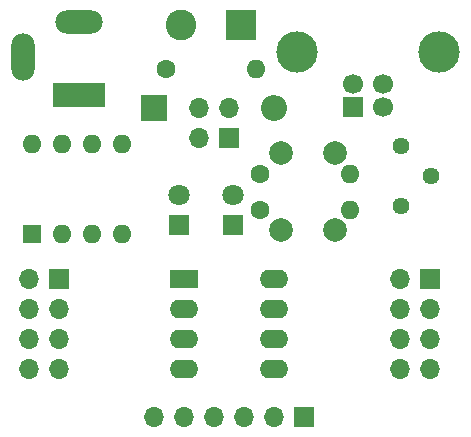
<source format=gbr>
%TF.GenerationSoftware,KiCad,Pcbnew,(7.0.0)*%
%TF.CreationDate,2024-02-07T11:39:00-06:00*%
%TF.ProjectId,16f15313,31366631-3533-4313-932e-6b696361645f,rev?*%
%TF.SameCoordinates,Original*%
%TF.FileFunction,Soldermask,Bot*%
%TF.FilePolarity,Negative*%
%FSLAX46Y46*%
G04 Gerber Fmt 4.6, Leading zero omitted, Abs format (unit mm)*
G04 Created by KiCad (PCBNEW (7.0.0)) date 2024-02-07 11:39:00*
%MOMM*%
%LPD*%
G01*
G04 APERTURE LIST*
%ADD10R,1.700000X1.700000*%
%ADD11O,1.700000X1.700000*%
%ADD12R,2.400000X1.600000*%
%ADD13O,2.400000X1.600000*%
%ADD14C,2.000000*%
%ADD15R,2.600000X2.600000*%
%ADD16C,2.600000*%
%ADD17R,1.800000X1.800000*%
%ADD18C,1.800000*%
%ADD19R,1.600000X1.600000*%
%ADD20O,1.600000X1.600000*%
%ADD21R,4.500000X2.000000*%
%ADD22O,4.000000X2.000000*%
%ADD23O,2.000000X4.000000*%
%ADD24C,1.700000*%
%ADD25C,3.500000*%
%ADD26C,1.440000*%
%ADD27C,1.600000*%
%ADD28R,2.200000X2.200000*%
%ADD29O,2.200000X2.200000*%
G04 APERTURE END LIST*
D10*
%TO.C,J5*%
X116839999Y-106679999D03*
D11*
X114299999Y-106679999D03*
X116839999Y-109219999D03*
X114299999Y-109219999D03*
X116839999Y-111759999D03*
X114299999Y-111759999D03*
X116839999Y-114299999D03*
X114299999Y-114299999D03*
%TD*%
D10*
%TO.C,J6*%
X148249999Y-106679999D03*
D11*
X145709999Y-106679999D03*
X148249999Y-109219999D03*
X145709999Y-109219999D03*
X148249999Y-111759999D03*
X145709999Y-111759999D03*
X148249999Y-114299999D03*
X145709999Y-114299999D03*
%TD*%
D12*
%TO.C,U1*%
X127379999Y-106679999D03*
D13*
X127379999Y-109219999D03*
X127379999Y-111759999D03*
X127379999Y-114299999D03*
X134999999Y-114299999D03*
X134999999Y-111759999D03*
X134999999Y-109219999D03*
X134999999Y-106679999D03*
%TD*%
D10*
%TO.C,J4*%
X131249999Y-94789999D03*
D11*
X131249999Y-92249999D03*
X128709999Y-94789999D03*
X128709999Y-92249999D03*
%TD*%
D14*
%TO.C,SW1*%
X135672000Y-102564000D03*
X135672000Y-96064000D03*
X140172000Y-102564000D03*
X140172000Y-96064000D03*
%TD*%
D15*
%TO.C,J3*%
X132249999Y-85249999D03*
D16*
X127170000Y-85250000D03*
%TD*%
D17*
%TO.C,D3*%
X131571999Y-102107999D03*
D18*
X131572000Y-99568000D03*
%TD*%
D19*
%TO.C,SW2*%
X114553999Y-102869999D03*
D20*
X117093999Y-102869999D03*
X119633999Y-102869999D03*
X122173999Y-102869999D03*
X122173999Y-95249999D03*
X119633999Y-95249999D03*
X117093999Y-95249999D03*
X114553999Y-95249999D03*
%TD*%
D10*
%TO.C,J7*%
X137599999Y-118363999D03*
D11*
X135059999Y-118363999D03*
X132519999Y-118363999D03*
X129979999Y-118363999D03*
X127439999Y-118363999D03*
X124899999Y-118363999D03*
%TD*%
D21*
%TO.C,J1*%
X118491999Y-91137999D03*
D22*
X118491999Y-84937999D03*
D23*
X113791999Y-87937999D03*
%TD*%
D10*
%TO.C,J2*%
X141729999Y-92175499D03*
D24*
X144230000Y-92175500D03*
X144230000Y-90175500D03*
X141730000Y-90175500D03*
D25*
X136960000Y-87465500D03*
X149000000Y-87465500D03*
%TD*%
D17*
%TO.C,D2*%
X126999999Y-102107999D03*
D18*
X127000000Y-99568000D03*
%TD*%
D26*
%TO.C,RV1*%
X145760000Y-100532000D03*
X148300000Y-97992000D03*
X145760000Y-95452000D03*
%TD*%
D27*
%TO.C,R2*%
X125880000Y-88900000D03*
D20*
X133499999Y-88899999D03*
%TD*%
D27*
%TO.C,R3*%
X133858000Y-100838000D03*
D20*
X141477999Y-100837999D03*
%TD*%
D27*
%TO.C,R1*%
X133858000Y-97790000D03*
D20*
X141477999Y-97789999D03*
%TD*%
D28*
%TO.C,D1*%
X124839999Y-92249999D03*
D29*
X134999999Y-92249999D03*
%TD*%
M02*

</source>
